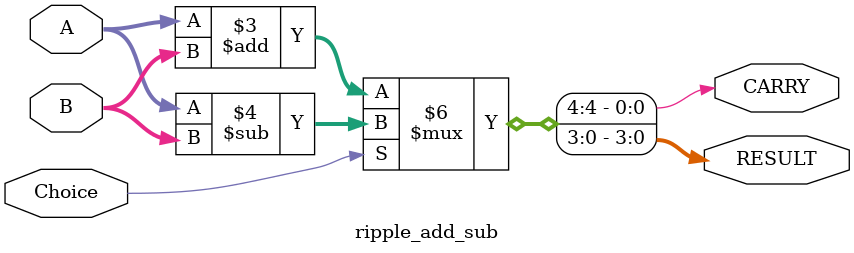
<source format=v>
module ripple_add_sub(RESULT,CARRY,A,B,Choice);
    input [3:0] A,B;
    input Choice;
    output reg [3:0] RESULT;
    output reg CARRY;
    
    always @(*) begin
        if (Choice == 1'b0) begin
            {CARRY,RESULT}= A+B;            
        end
        else begin
           {CARRY,RESULT}= A-B;
        end 
    end
endmodule
</source>
